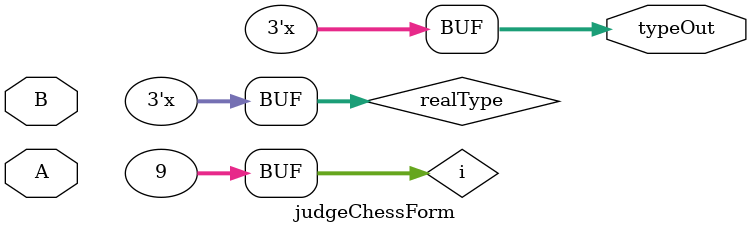
<source format=v>
`timescale 1ns / 1ps
module judgeChessForm(input wire	[8:0]A,input wire [8:0]B,output wire [2:0]typeOut);
/*
	ÆåÐÎÅÐ¶ÏÄ£¿é¡£
	AÊÇµ±Ç°ÒªÅÐ¶ÏµÄÆå×ÓµÄ²¼¾Ö,BÊÇÁíÒ»ÖÖÆå×ÓÔÚÕâ9¸öÎ»ÖÃµÄ²¼¾Ö
*/
integer cnt,addLeft,addRight,zeroLeft,zeroRight,zeroComplementLeft,zeroComplementRight,mark;
integer i;


reg [2:0] type;

initial begin
	type<=0;
end 

reg [2:0] realType; //Êä³öÆåÐÎ±àºÅ,×Ü¹²8Àà
assign typeOut=realType;


/*
	Ò»¸ö×éºÏÂß¼­Ä£¿é¡£¸ù¾ÝÊäÈëµÄÆå×ÓÐÅÏ¢,Êä³öÆåÐÎ±àºÅ
	ÎªÁË±íÊöµÄÍ³Ò»,ÏÂÃæ¶¼Í³Ò»¼ÙÉèÎÒÃÇÏÖÔÚ½«ÒªÅÐ¶ÏµÄÊÇ°×ÆåµÄÆåÐÎ
*/
always @ (*)
begin
	realType<=type;

	cnt=1;//cnt¼ÇÂ¼µÄÊÇÂä×ÓµãÁ½²àÁ¬ÐøµÄÁÚ½ÓµÄ°×Æå¸öÊý
	zeroLeft=0; //¼ÇÂ¼´Ó×ó²àÓöµ½µÄµÚÒ»¸öÁã¿ªÊ¼×Ü¹²ÓÐ¶àÉÙ¸öÁ¬ÐøµÄ¿ÕÎ»
	zeroRight=0;// ¼ÇÂ¼´ÓÓÒ²àÓöµ½µÄµÚÒ»¸öÁã¿ªÊ¼×Ü¹²ÓÐ¶àÉÙ¸öÁ¬ÐøµÄ¿ÕÎ»
	addLeft=0; //¼ÇÂ¼zeroLeftÊýµ½Í·ºó,ÓÖÁ¬ÐøµÄÓöµ½ÁË¶àÉÙ¸ö°×Æå
	addRight=0;//¼ÇÂ¼zeroRightÊýµ½Í·ºó,ÓÖÁ¬ÐøµÄÓöµ½ÁË¶àÉÙ¸ö°×Æå
	zeroComplementLeft=0;//¼ÇÂ¼addLeftÊýµ½Í·ºó,ÓÖÁ¬ÐøµÄÓöµ½ÁË¶àÉÙ¸ö¿ÕÎ»
	zeroComplementRight=0;//¼ÇÂ¼addRightÊýµ½Í·ºó,ÓÖÁ¬ÐøµÄÓöµ½¶àÉÙ¸ö¿ÕÎ»
	mark=0;//ÆåÐÎÅÐ¶ÏÊ±ÓÃµ½µÄ×´Ì¬Á¿
	
	//ÉÏÃæ¼ÇÂ¼µÄÐÅÏ¢¶¼ÊÇÎªÁËÅÐ¶ÏÆåÐÎµÄ¸¨ÖúÄÚÈÝ,ÕâÑù¿ÉÒÔÈÃÎÒÃÇµÄÆåÐÎÅÐ¶Ï¸üÐÎÊ½»¯Ò»µã

//~~~~~~~~~~~~~~~~~~~~~~~~~~~~~~~~~~~~~~~~~~~~~~~~~~~~~~~~~~~~~~~~~~~~~~~~~~~~~~~
	//¼ì²âÂä×Óµã×ó±ßµÄÆå×Ó×´Ì¬
	for(i=3;i>=0;i=i-1)
	begin
		if(mark==0)
			begin
				if(A[i]==0)
					begin
						if(B[i]==0)
							begin
								mark=1;
								zeroLeft=1;
							end
						else mark=3;
					end
				else cnt=cnt+1;
			end
		else if(mark==1)
			begin
				if(A[i]==0&&B[i]==0)zeroLeft=zeroLeft+1;
				else if(A[i]==1)
					begin
						addLeft=1;
						mark=2;
					end
				else mark=3;
			end
		else if(mark==2)
			begin
				if(A[i]==1)addLeft=addLeft+1;				
				else 
					begin
						if(B[i]==0)
							begin
								zeroComplementLeft=1;
								mark=4;
							end
						else mark=3;
					end
			end
		else if(mark==4)
			begin
				if(A[i]==0&&B[i]==0)zeroComplementLeft=zeroComplementLeft+1;
				else mark=3;
			end
	end
	
//~~~~~~~~~~~~~~~~~~~~~~~~~~~~~~~~~~~~~~~~~~~~~~~~~~~~~~~~~~~~~~~~~~~~~~~~~~~~~~~
	//¼ì²âÂä×ÓµãÓÒ±ßµÄÆå×Ó×´Ì¬
	mark=0;
	for(i=5;i<=8;i=i+1)
	begin
		if(mark==0)
			begin
				if(A[i]==0)
					begin
						if(B[i]==0)
							begin
								mark=1;
								zeroRight=1;
							end
						else mark=3;
					end
				else cnt=cnt+1;
			end
		else if(mark==1)
			begin
				if(A[i]==0&&B[i]==0)zeroRight=zeroRight+1;
				else if(A[i]==1)
					begin
						addRight=1;
						mark=2;
					end
				else mark=3;
			end
		else if(mark==2)
			begin
				if(A[i]==1)addRight=addRight+1;				
				else 
					begin
						if(B[i]==0)
							begin
								zeroComplementRight=1;
								mark=4;
							end
						else mark=3;
					end
			end
		else if(mark==4)
			begin
				if(A[i]==0&&B[i]==0)zeroComplementRight=zeroComplementRight+1;
				else mark=3;
			end
	end

//~~~~~~~~~~~~~~~~~~~~~~~~~~~~~~~~~~~~~~~~~~~~~~~~~~~~~~~~~~~~~~~~~~~~~~~~~~~~~~~
	/*
		ÉÏÃæ¶ÔÁ½¸ö·½ÏòµÄÆå×ÓÐÅÏ¢×öÁË¼ì²âºó£¬ÏàÓ¦µÄÊý¾Ý¾Í¼ÇÂ¼ÔÚÁËÎÒÃÇÒ»¿ªÊ¼½éÉÜµÄ¼¸¸ö±äÁ¿ÖÐ¡£
		¸ù¾ÝÄÇÒ»Ì×±äÁ¿£¬ÎÒÃÇ¾Í¿ÉÒÔÐÎÊ½»¯µÄÃ¶¾Ù¼ì²â8ÖÖÆåÐÎÁË¡£
		Õâ¸ö¹ý³Ì·Ç³£·±ÔÓ,ÎÒÃÇ¾Í²»ÔÙ×¸ÊöÁË¡£
		ÔÚ±¨¸æÖÐ¿ÉÒÔ¿´µ½ÆåÐÎµÄÊ¾ÒâÍ¼ºÍÃû³Æ¡£
		¶ÔÓÚ³ÌÐòÖÐÓÃµ½µÄÆåÐÎµÄ±àºÅ£º
		7 Á¬5
		6 »î4
		5 ³å4
		4 »î3
		3 Ãß3
		2 »î2
		1 Ãß2
		0 ÆäËû
	*/
	
	if(cnt==5)type<=7;
	else if(cnt==4)
		begin
			if(zeroLeft>=1&&zeroRight>=1)type<=6;
			else if(zeroLeft+zeroRight>=1)type<=5;
			else type<=0;
		end	
	else if(cnt==3)
		begin
			if((zeroLeft==1&&addLeft>=1)||(zeroRight==1&&addRight>=1))type<=5;
			else if(zeroLeft+zeroRight<=1)type<=0;
			else if(zeroLeft==0||zeroRight==0)type<=3;
			else if(zeroLeft+zeroRight==2)type<=3;
			else if(zeroLeft+zeroRight>=3)type<=4;
		end
	else if(cnt==2)
		begin
			if((zeroLeft==1&&addLeft>=2)||(zeroRight==1&&addRight>=2))type<=5;
			else if(zeroLeft==1&&addLeft==1)
				begin
					if(zeroRight+zeroComplementLeft==0)type<=0;
					else if(zeroRight==0||zeroComplementLeft==0)type<=3;
					else if(zeroRight+zeroComplementLeft>=2)type<=4;
				end
			else if(zeroRight==1&&addRight==1)
				begin
					if(zeroLeft+zeroComplementRight==0)type<=0;
					else if(zeroLeft==0||zeroComplementRight==0)type<=3;
					else if(zeroLeft+zeroComplementRight>=2)type<=4;
				end
			else if((zeroLeft==2&&addLeft>=1)||(zeroRight==2&&addRight>=1))type<=3;
			else if(zeroLeft==0||zeroRight==0)type<=1;
			else if(zeroLeft+zeroRight>=4)type<=2;
			else if(zeroLeft+zeroRight<3)type<=0;
			else if(zeroLeft+zeroRight==3)type<=1;
		end
	else if(cnt==1)
		begin
			if((zeroLeft==1&&addLeft>=3)||(zeroRight==1&&addRight>=3))type<=5;
			else if(zeroLeft==1&&addLeft>=2)
				begin
					if(zeroRight+zeroComplementLeft==0)type<=0;
					else if(zeroRight==0||zeroComplementLeft==0)type<=3;
					else type<=4;
				end
			else if(zeroRight==1&&addRight>=2)
				begin
					if(zeroLeft+zeroComplementRight==0)type<=0;
					else if(zeroLeft==0||zeroComplementRight==0)type<=3;
					else type<=4;
				end
			else if((zeroLeft==2&&addLeft>=2)||(zeroRight==2&&addRight>=2))type<=3;
			else if(zeroLeft==1&&zeroRight==1&&addLeft>=1&&addRight>=1)type<=3;
			else if((A[4:0]==21&&B[4:0]==0)||(A[8:4]==21&&B[8:4]==0))type<=3;
			else if(zeroLeft==1&&addLeft==1)
				begin
					if(zeroComplementLeft+zeroRight<2)type<=0;
					else if(zeroComplementLeft==0||zeroRight==0)type<=1;
					else if(zeroComplementLeft+zeroRight==2)type<=1;
					else type<=2;
				end
			else if(zeroRight==1&&addRight==1)
				begin
					if(zeroComplementRight+zeroLeft<2)type<=0;
					else if(zeroComplementRight==0||zeroLeft==0)type<=1;
					else if(zeroComplementRight+zeroLeft==2)type<=1;
					else type<=2;
				end
			else if(zeroLeft==2&&addLeft==1)
				begin
					if(zeroComplementLeft+zeroRight==0)type<=0;
					else if(zeroComplementLeft==0||zeroRight==0)type<=1;
					else type<=2;
				end
			else if(zeroRight==2&&addRight==1)
				begin
					if(zeroComplementRight+zeroLeft==0)type<=0;
					else if(zeroComplementRight==0||zeroLeft==0)type<=1;
					else type<=2;
				end
			else if((zeroLeft==3&&addLeft==1)||(zeroRight==3&&addRight==1))type<=1;
			else type<=0;
		end
end



endmodule

</source>
